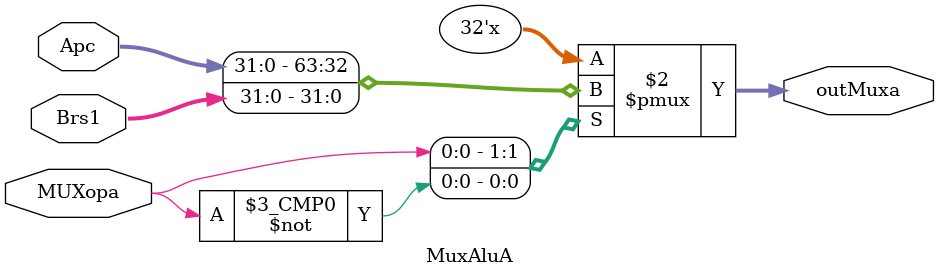
<source format=sv>
module MuxAluA (
    input logic [31:0] Apc,
    input logic [31:0] Brs1,
    input logic MUXopa,
    output logic [31:0] outMuxa
);

    always @(*) begin
        case(MUXopa)
            1'b1: outMuxa = Apc;  // Apc se asigna si MUXopa es 1
            1'b0: outMuxa = Brs1; // Brs1 se asigna si MUXopa es 0
        endcase
    end

endmodule

</source>
